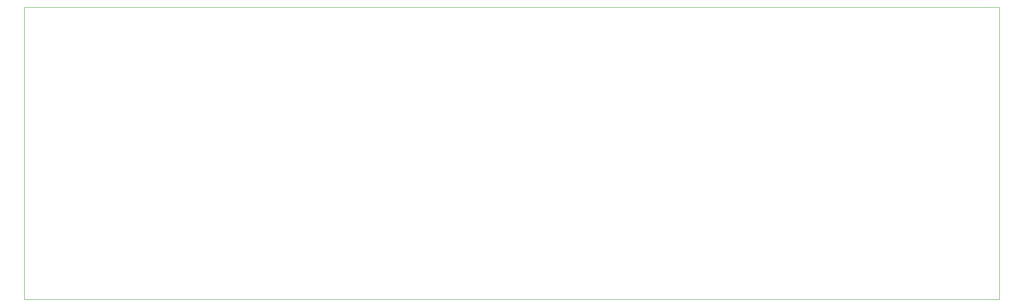
<source format=gbr>
G04 #@! TF.GenerationSoftware,KiCad,Pcbnew,(5.0.2)-1*
G04 #@! TF.CreationDate,2024-01-31T21:15:46+00:00*
G04 #@! TF.ProjectId,nova1200_fptest,6e6f7661-3132-4303-905f-667074657374,Rev 3*
G04 #@! TF.SameCoordinates,Original*
G04 #@! TF.FileFunction,Profile,NP*
%FSLAX46Y46*%
G04 Gerber Fmt 4.6, Leading zero omitted, Abs format (unit mm)*
G04 Created by KiCad (PCBNEW (5.0.2)-1) date 1/31/2024 9:15:46 PM*
%MOMM*%
%LPD*%
G01*
G04 APERTURE LIST*
%ADD10C,0.150000*%
G04 APERTURE END LIST*
D10*
X419100000Y-134620000D02*
X21590000Y-134620000D01*
X419100000Y-15240000D02*
X419100000Y-134620000D01*
X21590000Y-15240000D02*
X419100000Y-15240000D01*
X21590000Y-134620000D02*
X21590000Y-15240000D01*
M02*

</source>
